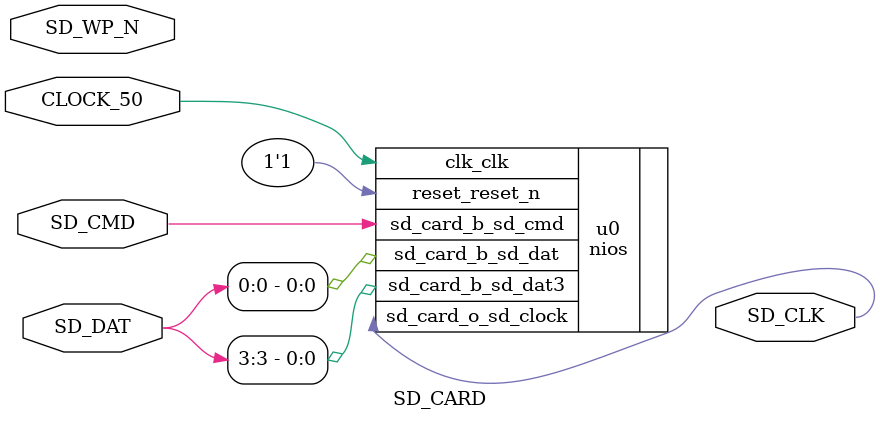
<source format=v>
module SD_CARD(
	input   CLOCK_50, 
	inout   [3:0] SD_DAT,
	inout	  SD_WP_N,
	inout   SD_CMD, 
	output  SD_CLK
	);
	
	nios u0 (
		.clk_clk (CLOCK_50),            //     clk.clk
		.reset_reset_n (1'b1),      //   reset.reset_n
		.sd_card_b_sd_cmd (SD_CMD),   // sd_card.b_sd_cmd
		.sd_card_b_sd_dat (SD_DAT[0]),   //        .b_sd_dat
		.sd_card_b_sd_dat3 (SD_DAT[3]),  //        .b_sd_dat3
		.sd_card_o_sd_clock (SD_CLK)  //        .o_sd_clock
	);

endmodule 
</source>
